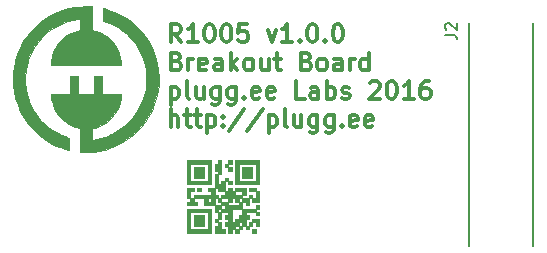
<source format=gbr>
G04 #@! TF.FileFunction,Legend,Top*
%FSLAX46Y46*%
G04 Gerber Fmt 4.6, Leading zero omitted, Abs format (unit mm)*
G04 Created by KiCad (PCBNEW 4.0.2+e4-6225~38~ubuntu14.04.1-stable) date Sat 30 Jul 2016 11:20:58 AM PDT*
%MOMM*%
G01*
G04 APERTURE LIST*
%ADD10C,0.100000*%
%ADD11C,0.300000*%
%ADD12C,0.150000*%
%ADD13C,0.010000*%
G04 APERTURE END LIST*
D10*
D11*
X140114286Y-74178571D02*
X139614286Y-73464286D01*
X139257143Y-74178571D02*
X139257143Y-72678571D01*
X139828571Y-72678571D01*
X139971429Y-72750000D01*
X140042857Y-72821429D01*
X140114286Y-72964286D01*
X140114286Y-73178571D01*
X140042857Y-73321429D01*
X139971429Y-73392857D01*
X139828571Y-73464286D01*
X139257143Y-73464286D01*
X141542857Y-74178571D02*
X140685714Y-74178571D01*
X141114286Y-74178571D02*
X141114286Y-72678571D01*
X140971429Y-72892857D01*
X140828571Y-73035714D01*
X140685714Y-73107143D01*
X142471428Y-72678571D02*
X142614285Y-72678571D01*
X142757142Y-72750000D01*
X142828571Y-72821429D01*
X142900000Y-72964286D01*
X142971428Y-73250000D01*
X142971428Y-73607143D01*
X142900000Y-73892857D01*
X142828571Y-74035714D01*
X142757142Y-74107143D01*
X142614285Y-74178571D01*
X142471428Y-74178571D01*
X142328571Y-74107143D01*
X142257142Y-74035714D01*
X142185714Y-73892857D01*
X142114285Y-73607143D01*
X142114285Y-73250000D01*
X142185714Y-72964286D01*
X142257142Y-72821429D01*
X142328571Y-72750000D01*
X142471428Y-72678571D01*
X143899999Y-72678571D02*
X144042856Y-72678571D01*
X144185713Y-72750000D01*
X144257142Y-72821429D01*
X144328571Y-72964286D01*
X144399999Y-73250000D01*
X144399999Y-73607143D01*
X144328571Y-73892857D01*
X144257142Y-74035714D01*
X144185713Y-74107143D01*
X144042856Y-74178571D01*
X143899999Y-74178571D01*
X143757142Y-74107143D01*
X143685713Y-74035714D01*
X143614285Y-73892857D01*
X143542856Y-73607143D01*
X143542856Y-73250000D01*
X143614285Y-72964286D01*
X143685713Y-72821429D01*
X143757142Y-72750000D01*
X143899999Y-72678571D01*
X145757142Y-72678571D02*
X145042856Y-72678571D01*
X144971427Y-73392857D01*
X145042856Y-73321429D01*
X145185713Y-73250000D01*
X145542856Y-73250000D01*
X145685713Y-73321429D01*
X145757142Y-73392857D01*
X145828570Y-73535714D01*
X145828570Y-73892857D01*
X145757142Y-74035714D01*
X145685713Y-74107143D01*
X145542856Y-74178571D01*
X145185713Y-74178571D01*
X145042856Y-74107143D01*
X144971427Y-74035714D01*
X147471427Y-73178571D02*
X147828570Y-74178571D01*
X148185712Y-73178571D01*
X149542855Y-74178571D02*
X148685712Y-74178571D01*
X149114284Y-74178571D02*
X149114284Y-72678571D01*
X148971427Y-72892857D01*
X148828569Y-73035714D01*
X148685712Y-73107143D01*
X150185712Y-74035714D02*
X150257140Y-74107143D01*
X150185712Y-74178571D01*
X150114283Y-74107143D01*
X150185712Y-74035714D01*
X150185712Y-74178571D01*
X151185712Y-72678571D02*
X151328569Y-72678571D01*
X151471426Y-72750000D01*
X151542855Y-72821429D01*
X151614284Y-72964286D01*
X151685712Y-73250000D01*
X151685712Y-73607143D01*
X151614284Y-73892857D01*
X151542855Y-74035714D01*
X151471426Y-74107143D01*
X151328569Y-74178571D01*
X151185712Y-74178571D01*
X151042855Y-74107143D01*
X150971426Y-74035714D01*
X150899998Y-73892857D01*
X150828569Y-73607143D01*
X150828569Y-73250000D01*
X150899998Y-72964286D01*
X150971426Y-72821429D01*
X151042855Y-72750000D01*
X151185712Y-72678571D01*
X152328569Y-74035714D02*
X152399997Y-74107143D01*
X152328569Y-74178571D01*
X152257140Y-74107143D01*
X152328569Y-74035714D01*
X152328569Y-74178571D01*
X153328569Y-72678571D02*
X153471426Y-72678571D01*
X153614283Y-72750000D01*
X153685712Y-72821429D01*
X153757141Y-72964286D01*
X153828569Y-73250000D01*
X153828569Y-73607143D01*
X153757141Y-73892857D01*
X153685712Y-74035714D01*
X153614283Y-74107143D01*
X153471426Y-74178571D01*
X153328569Y-74178571D01*
X153185712Y-74107143D01*
X153114283Y-74035714D01*
X153042855Y-73892857D01*
X152971426Y-73607143D01*
X152971426Y-73250000D01*
X153042855Y-72964286D01*
X153114283Y-72821429D01*
X153185712Y-72750000D01*
X153328569Y-72678571D01*
X139757143Y-75792857D02*
X139971429Y-75864286D01*
X140042857Y-75935714D01*
X140114286Y-76078571D01*
X140114286Y-76292857D01*
X140042857Y-76435714D01*
X139971429Y-76507143D01*
X139828571Y-76578571D01*
X139257143Y-76578571D01*
X139257143Y-75078571D01*
X139757143Y-75078571D01*
X139900000Y-75150000D01*
X139971429Y-75221429D01*
X140042857Y-75364286D01*
X140042857Y-75507143D01*
X139971429Y-75650000D01*
X139900000Y-75721429D01*
X139757143Y-75792857D01*
X139257143Y-75792857D01*
X140757143Y-76578571D02*
X140757143Y-75578571D01*
X140757143Y-75864286D02*
X140828571Y-75721429D01*
X140900000Y-75650000D01*
X141042857Y-75578571D01*
X141185714Y-75578571D01*
X142257142Y-76507143D02*
X142114285Y-76578571D01*
X141828571Y-76578571D01*
X141685714Y-76507143D01*
X141614285Y-76364286D01*
X141614285Y-75792857D01*
X141685714Y-75650000D01*
X141828571Y-75578571D01*
X142114285Y-75578571D01*
X142257142Y-75650000D01*
X142328571Y-75792857D01*
X142328571Y-75935714D01*
X141614285Y-76078571D01*
X143614285Y-76578571D02*
X143614285Y-75792857D01*
X143542856Y-75650000D01*
X143399999Y-75578571D01*
X143114285Y-75578571D01*
X142971428Y-75650000D01*
X143614285Y-76507143D02*
X143471428Y-76578571D01*
X143114285Y-76578571D01*
X142971428Y-76507143D01*
X142899999Y-76364286D01*
X142899999Y-76221429D01*
X142971428Y-76078571D01*
X143114285Y-76007143D01*
X143471428Y-76007143D01*
X143614285Y-75935714D01*
X144328571Y-76578571D02*
X144328571Y-75078571D01*
X144471428Y-76007143D02*
X144899999Y-76578571D01*
X144899999Y-75578571D02*
X144328571Y-76150000D01*
X145757143Y-76578571D02*
X145614285Y-76507143D01*
X145542857Y-76435714D01*
X145471428Y-76292857D01*
X145471428Y-75864286D01*
X145542857Y-75721429D01*
X145614285Y-75650000D01*
X145757143Y-75578571D01*
X145971428Y-75578571D01*
X146114285Y-75650000D01*
X146185714Y-75721429D01*
X146257143Y-75864286D01*
X146257143Y-76292857D01*
X146185714Y-76435714D01*
X146114285Y-76507143D01*
X145971428Y-76578571D01*
X145757143Y-76578571D01*
X147542857Y-75578571D02*
X147542857Y-76578571D01*
X146900000Y-75578571D02*
X146900000Y-76364286D01*
X146971428Y-76507143D01*
X147114286Y-76578571D01*
X147328571Y-76578571D01*
X147471428Y-76507143D01*
X147542857Y-76435714D01*
X148042857Y-75578571D02*
X148614286Y-75578571D01*
X148257143Y-75078571D02*
X148257143Y-76364286D01*
X148328571Y-76507143D01*
X148471429Y-76578571D01*
X148614286Y-76578571D01*
X150757143Y-75792857D02*
X150971429Y-75864286D01*
X151042857Y-75935714D01*
X151114286Y-76078571D01*
X151114286Y-76292857D01*
X151042857Y-76435714D01*
X150971429Y-76507143D01*
X150828571Y-76578571D01*
X150257143Y-76578571D01*
X150257143Y-75078571D01*
X150757143Y-75078571D01*
X150900000Y-75150000D01*
X150971429Y-75221429D01*
X151042857Y-75364286D01*
X151042857Y-75507143D01*
X150971429Y-75650000D01*
X150900000Y-75721429D01*
X150757143Y-75792857D01*
X150257143Y-75792857D01*
X151971429Y-76578571D02*
X151828571Y-76507143D01*
X151757143Y-76435714D01*
X151685714Y-76292857D01*
X151685714Y-75864286D01*
X151757143Y-75721429D01*
X151828571Y-75650000D01*
X151971429Y-75578571D01*
X152185714Y-75578571D01*
X152328571Y-75650000D01*
X152400000Y-75721429D01*
X152471429Y-75864286D01*
X152471429Y-76292857D01*
X152400000Y-76435714D01*
X152328571Y-76507143D01*
X152185714Y-76578571D01*
X151971429Y-76578571D01*
X153757143Y-76578571D02*
X153757143Y-75792857D01*
X153685714Y-75650000D01*
X153542857Y-75578571D01*
X153257143Y-75578571D01*
X153114286Y-75650000D01*
X153757143Y-76507143D02*
X153614286Y-76578571D01*
X153257143Y-76578571D01*
X153114286Y-76507143D01*
X153042857Y-76364286D01*
X153042857Y-76221429D01*
X153114286Y-76078571D01*
X153257143Y-76007143D01*
X153614286Y-76007143D01*
X153757143Y-75935714D01*
X154471429Y-76578571D02*
X154471429Y-75578571D01*
X154471429Y-75864286D02*
X154542857Y-75721429D01*
X154614286Y-75650000D01*
X154757143Y-75578571D01*
X154900000Y-75578571D01*
X156042857Y-76578571D02*
X156042857Y-75078571D01*
X156042857Y-76507143D02*
X155900000Y-76578571D01*
X155614286Y-76578571D01*
X155471428Y-76507143D01*
X155400000Y-76435714D01*
X155328571Y-76292857D01*
X155328571Y-75864286D01*
X155400000Y-75721429D01*
X155471428Y-75650000D01*
X155614286Y-75578571D01*
X155900000Y-75578571D01*
X156042857Y-75650000D01*
X139257143Y-77978571D02*
X139257143Y-79478571D01*
X139257143Y-78050000D02*
X139400000Y-77978571D01*
X139685714Y-77978571D01*
X139828571Y-78050000D01*
X139900000Y-78121429D01*
X139971429Y-78264286D01*
X139971429Y-78692857D01*
X139900000Y-78835714D01*
X139828571Y-78907143D01*
X139685714Y-78978571D01*
X139400000Y-78978571D01*
X139257143Y-78907143D01*
X140828572Y-78978571D02*
X140685714Y-78907143D01*
X140614286Y-78764286D01*
X140614286Y-77478571D01*
X142042857Y-77978571D02*
X142042857Y-78978571D01*
X141400000Y-77978571D02*
X141400000Y-78764286D01*
X141471428Y-78907143D01*
X141614286Y-78978571D01*
X141828571Y-78978571D01*
X141971428Y-78907143D01*
X142042857Y-78835714D01*
X143400000Y-77978571D02*
X143400000Y-79192857D01*
X143328571Y-79335714D01*
X143257143Y-79407143D01*
X143114286Y-79478571D01*
X142900000Y-79478571D01*
X142757143Y-79407143D01*
X143400000Y-78907143D02*
X143257143Y-78978571D01*
X142971429Y-78978571D01*
X142828571Y-78907143D01*
X142757143Y-78835714D01*
X142685714Y-78692857D01*
X142685714Y-78264286D01*
X142757143Y-78121429D01*
X142828571Y-78050000D01*
X142971429Y-77978571D01*
X143257143Y-77978571D01*
X143400000Y-78050000D01*
X144757143Y-77978571D02*
X144757143Y-79192857D01*
X144685714Y-79335714D01*
X144614286Y-79407143D01*
X144471429Y-79478571D01*
X144257143Y-79478571D01*
X144114286Y-79407143D01*
X144757143Y-78907143D02*
X144614286Y-78978571D01*
X144328572Y-78978571D01*
X144185714Y-78907143D01*
X144114286Y-78835714D01*
X144042857Y-78692857D01*
X144042857Y-78264286D01*
X144114286Y-78121429D01*
X144185714Y-78050000D01*
X144328572Y-77978571D01*
X144614286Y-77978571D01*
X144757143Y-78050000D01*
X145471429Y-78835714D02*
X145542857Y-78907143D01*
X145471429Y-78978571D01*
X145400000Y-78907143D01*
X145471429Y-78835714D01*
X145471429Y-78978571D01*
X146757143Y-78907143D02*
X146614286Y-78978571D01*
X146328572Y-78978571D01*
X146185715Y-78907143D01*
X146114286Y-78764286D01*
X146114286Y-78192857D01*
X146185715Y-78050000D01*
X146328572Y-77978571D01*
X146614286Y-77978571D01*
X146757143Y-78050000D01*
X146828572Y-78192857D01*
X146828572Y-78335714D01*
X146114286Y-78478571D01*
X148042857Y-78907143D02*
X147900000Y-78978571D01*
X147614286Y-78978571D01*
X147471429Y-78907143D01*
X147400000Y-78764286D01*
X147400000Y-78192857D01*
X147471429Y-78050000D01*
X147614286Y-77978571D01*
X147900000Y-77978571D01*
X148042857Y-78050000D01*
X148114286Y-78192857D01*
X148114286Y-78335714D01*
X147400000Y-78478571D01*
X150614286Y-78978571D02*
X149900000Y-78978571D01*
X149900000Y-77478571D01*
X151757143Y-78978571D02*
X151757143Y-78192857D01*
X151685714Y-78050000D01*
X151542857Y-77978571D01*
X151257143Y-77978571D01*
X151114286Y-78050000D01*
X151757143Y-78907143D02*
X151614286Y-78978571D01*
X151257143Y-78978571D01*
X151114286Y-78907143D01*
X151042857Y-78764286D01*
X151042857Y-78621429D01*
X151114286Y-78478571D01*
X151257143Y-78407143D01*
X151614286Y-78407143D01*
X151757143Y-78335714D01*
X152471429Y-78978571D02*
X152471429Y-77478571D01*
X152471429Y-78050000D02*
X152614286Y-77978571D01*
X152900000Y-77978571D01*
X153042857Y-78050000D01*
X153114286Y-78121429D01*
X153185715Y-78264286D01*
X153185715Y-78692857D01*
X153114286Y-78835714D01*
X153042857Y-78907143D01*
X152900000Y-78978571D01*
X152614286Y-78978571D01*
X152471429Y-78907143D01*
X153757143Y-78907143D02*
X153900000Y-78978571D01*
X154185715Y-78978571D01*
X154328572Y-78907143D01*
X154400000Y-78764286D01*
X154400000Y-78692857D01*
X154328572Y-78550000D01*
X154185715Y-78478571D01*
X153971429Y-78478571D01*
X153828572Y-78407143D01*
X153757143Y-78264286D01*
X153757143Y-78192857D01*
X153828572Y-78050000D01*
X153971429Y-77978571D01*
X154185715Y-77978571D01*
X154328572Y-78050000D01*
X156114286Y-77621429D02*
X156185715Y-77550000D01*
X156328572Y-77478571D01*
X156685715Y-77478571D01*
X156828572Y-77550000D01*
X156900001Y-77621429D01*
X156971429Y-77764286D01*
X156971429Y-77907143D01*
X156900001Y-78121429D01*
X156042858Y-78978571D01*
X156971429Y-78978571D01*
X157900000Y-77478571D02*
X158042857Y-77478571D01*
X158185714Y-77550000D01*
X158257143Y-77621429D01*
X158328572Y-77764286D01*
X158400000Y-78050000D01*
X158400000Y-78407143D01*
X158328572Y-78692857D01*
X158257143Y-78835714D01*
X158185714Y-78907143D01*
X158042857Y-78978571D01*
X157900000Y-78978571D01*
X157757143Y-78907143D01*
X157685714Y-78835714D01*
X157614286Y-78692857D01*
X157542857Y-78407143D01*
X157542857Y-78050000D01*
X157614286Y-77764286D01*
X157685714Y-77621429D01*
X157757143Y-77550000D01*
X157900000Y-77478571D01*
X159828571Y-78978571D02*
X158971428Y-78978571D01*
X159400000Y-78978571D02*
X159400000Y-77478571D01*
X159257143Y-77692857D01*
X159114285Y-77835714D01*
X158971428Y-77907143D01*
X161114285Y-77478571D02*
X160828571Y-77478571D01*
X160685714Y-77550000D01*
X160614285Y-77621429D01*
X160471428Y-77835714D01*
X160399999Y-78121429D01*
X160399999Y-78692857D01*
X160471428Y-78835714D01*
X160542856Y-78907143D01*
X160685714Y-78978571D01*
X160971428Y-78978571D01*
X161114285Y-78907143D01*
X161185714Y-78835714D01*
X161257142Y-78692857D01*
X161257142Y-78335714D01*
X161185714Y-78192857D01*
X161114285Y-78121429D01*
X160971428Y-78050000D01*
X160685714Y-78050000D01*
X160542856Y-78121429D01*
X160471428Y-78192857D01*
X160399999Y-78335714D01*
X139257143Y-81378571D02*
X139257143Y-79878571D01*
X139900000Y-81378571D02*
X139900000Y-80592857D01*
X139828571Y-80450000D01*
X139685714Y-80378571D01*
X139471429Y-80378571D01*
X139328571Y-80450000D01*
X139257143Y-80521429D01*
X140400000Y-80378571D02*
X140971429Y-80378571D01*
X140614286Y-79878571D02*
X140614286Y-81164286D01*
X140685714Y-81307143D01*
X140828572Y-81378571D01*
X140971429Y-81378571D01*
X141257143Y-80378571D02*
X141828572Y-80378571D01*
X141471429Y-79878571D02*
X141471429Y-81164286D01*
X141542857Y-81307143D01*
X141685715Y-81378571D01*
X141828572Y-81378571D01*
X142328572Y-80378571D02*
X142328572Y-81878571D01*
X142328572Y-80450000D02*
X142471429Y-80378571D01*
X142757143Y-80378571D01*
X142900000Y-80450000D01*
X142971429Y-80521429D01*
X143042858Y-80664286D01*
X143042858Y-81092857D01*
X142971429Y-81235714D01*
X142900000Y-81307143D01*
X142757143Y-81378571D01*
X142471429Y-81378571D01*
X142328572Y-81307143D01*
X143685715Y-81235714D02*
X143757143Y-81307143D01*
X143685715Y-81378571D01*
X143614286Y-81307143D01*
X143685715Y-81235714D01*
X143685715Y-81378571D01*
X143685715Y-80450000D02*
X143757143Y-80521429D01*
X143685715Y-80592857D01*
X143614286Y-80521429D01*
X143685715Y-80450000D01*
X143685715Y-80592857D01*
X145471429Y-79807143D02*
X144185715Y-81735714D01*
X147042858Y-79807143D02*
X145757144Y-81735714D01*
X147542859Y-80378571D02*
X147542859Y-81878571D01*
X147542859Y-80450000D02*
X147685716Y-80378571D01*
X147971430Y-80378571D01*
X148114287Y-80450000D01*
X148185716Y-80521429D01*
X148257145Y-80664286D01*
X148257145Y-81092857D01*
X148185716Y-81235714D01*
X148114287Y-81307143D01*
X147971430Y-81378571D01*
X147685716Y-81378571D01*
X147542859Y-81307143D01*
X149114288Y-81378571D02*
X148971430Y-81307143D01*
X148900002Y-81164286D01*
X148900002Y-79878571D01*
X150328573Y-80378571D02*
X150328573Y-81378571D01*
X149685716Y-80378571D02*
X149685716Y-81164286D01*
X149757144Y-81307143D01*
X149900002Y-81378571D01*
X150114287Y-81378571D01*
X150257144Y-81307143D01*
X150328573Y-81235714D01*
X151685716Y-80378571D02*
X151685716Y-81592857D01*
X151614287Y-81735714D01*
X151542859Y-81807143D01*
X151400002Y-81878571D01*
X151185716Y-81878571D01*
X151042859Y-81807143D01*
X151685716Y-81307143D02*
X151542859Y-81378571D01*
X151257145Y-81378571D01*
X151114287Y-81307143D01*
X151042859Y-81235714D01*
X150971430Y-81092857D01*
X150971430Y-80664286D01*
X151042859Y-80521429D01*
X151114287Y-80450000D01*
X151257145Y-80378571D01*
X151542859Y-80378571D01*
X151685716Y-80450000D01*
X153042859Y-80378571D02*
X153042859Y-81592857D01*
X152971430Y-81735714D01*
X152900002Y-81807143D01*
X152757145Y-81878571D01*
X152542859Y-81878571D01*
X152400002Y-81807143D01*
X153042859Y-81307143D02*
X152900002Y-81378571D01*
X152614288Y-81378571D01*
X152471430Y-81307143D01*
X152400002Y-81235714D01*
X152328573Y-81092857D01*
X152328573Y-80664286D01*
X152400002Y-80521429D01*
X152471430Y-80450000D01*
X152614288Y-80378571D01*
X152900002Y-80378571D01*
X153042859Y-80450000D01*
X153757145Y-81235714D02*
X153828573Y-81307143D01*
X153757145Y-81378571D01*
X153685716Y-81307143D01*
X153757145Y-81235714D01*
X153757145Y-81378571D01*
X155042859Y-81307143D02*
X154900002Y-81378571D01*
X154614288Y-81378571D01*
X154471431Y-81307143D01*
X154400002Y-81164286D01*
X154400002Y-80592857D01*
X154471431Y-80450000D01*
X154614288Y-80378571D01*
X154900002Y-80378571D01*
X155042859Y-80450000D01*
X155114288Y-80592857D01*
X155114288Y-80735714D01*
X154400002Y-80878571D01*
X156328573Y-81307143D02*
X156185716Y-81378571D01*
X155900002Y-81378571D01*
X155757145Y-81307143D01*
X155685716Y-81164286D01*
X155685716Y-80592857D01*
X155757145Y-80450000D01*
X155900002Y-80378571D01*
X156185716Y-80378571D01*
X156328573Y-80450000D01*
X156400002Y-80592857D01*
X156400002Y-80735714D01*
X155685716Y-80878571D01*
D12*
X169950000Y-72550000D02*
X169950000Y-91450000D01*
X164550000Y-72550000D02*
X164550000Y-91450000D01*
D13*
G36*
X133613853Y-71330362D02*
X133775154Y-71371820D01*
X133977877Y-71436434D01*
X134204988Y-71517895D01*
X134439449Y-71609894D01*
X134664227Y-71706122D01*
X134802081Y-71770380D01*
X135353760Y-72073994D01*
X135866624Y-72428832D01*
X136337687Y-72831492D01*
X136763962Y-73278573D01*
X137142463Y-73766676D01*
X137470204Y-74292399D01*
X137744197Y-74852342D01*
X137923251Y-75324345D01*
X138093985Y-75934950D01*
X138201482Y-76544603D01*
X138247902Y-77149921D01*
X138235402Y-77747516D01*
X138166142Y-78334003D01*
X138042281Y-78905997D01*
X137865977Y-79460112D01*
X137639389Y-79992963D01*
X137364676Y-80501164D01*
X137043996Y-80981330D01*
X136679509Y-81430075D01*
X136273372Y-81844013D01*
X135827746Y-82219759D01*
X135344788Y-82553928D01*
X134826658Y-82843134D01*
X134275514Y-83083991D01*
X133693515Y-83273114D01*
X133082819Y-83407118D01*
X132738273Y-83455781D01*
X132585140Y-83469177D01*
X132392387Y-83480091D01*
X132185848Y-83487319D01*
X132009987Y-83489679D01*
X131576289Y-83489948D01*
X131576289Y-81460567D01*
X131502642Y-81460274D01*
X131414861Y-81446407D01*
X131283965Y-81409219D01*
X131125425Y-81354601D01*
X130954710Y-81288444D01*
X130787291Y-81216638D01*
X130638637Y-81145074D01*
X130557654Y-81100440D01*
X130369292Y-80971336D01*
X130165361Y-80802830D01*
X129963634Y-80611858D01*
X129781888Y-80415355D01*
X129637897Y-80230254D01*
X129626332Y-80213134D01*
X129411229Y-79832113D01*
X129255488Y-79424878D01*
X129158473Y-78989584D01*
X129133959Y-78785752D01*
X129112363Y-78547422D01*
X130692526Y-78547422D01*
X130692526Y-77041752D01*
X131412629Y-77041752D01*
X131412629Y-78547422D01*
X132754639Y-78547422D01*
X132754639Y-77041752D01*
X133442011Y-77041752D01*
X133442011Y-78547422D01*
X135045877Y-78547422D01*
X135045877Y-78657696D01*
X135036449Y-78791253D01*
X135010955Y-78965968D01*
X134973577Y-79160748D01*
X134928496Y-79354497D01*
X134879895Y-79526121D01*
X134864630Y-79571927D01*
X134706514Y-79933919D01*
X134491364Y-80274612D01*
X134232146Y-80582646D01*
X133915342Y-80875831D01*
X133573599Y-81115654D01*
X133213357Y-81298340D01*
X132841058Y-81420115D01*
X132779188Y-81434035D01*
X132590980Y-81473664D01*
X132590980Y-82440889D01*
X132680993Y-82426221D01*
X133051181Y-82359694D01*
X133372721Y-82287151D01*
X133662419Y-82203538D01*
X133937083Y-82103805D01*
X134213521Y-81982900D01*
X134309408Y-81936805D01*
X134823336Y-81649625D01*
X135293576Y-81314431D01*
X135718332Y-80933509D01*
X136095807Y-80509150D01*
X136424205Y-80043643D01*
X136701731Y-79539277D01*
X136926587Y-78998341D01*
X137096978Y-78423124D01*
X137110125Y-78367396D01*
X137140472Y-78212444D01*
X137163466Y-78037090D01*
X137180385Y-77827915D01*
X137192508Y-77571500D01*
X137195880Y-77467268D01*
X137201563Y-77232629D01*
X137202530Y-77046252D01*
X137197913Y-76891048D01*
X137186842Y-76749928D01*
X137168447Y-76605804D01*
X137144465Y-76456789D01*
X137015236Y-75890021D01*
X136826601Y-75348052D01*
X136581014Y-74834617D01*
X136280928Y-74353453D01*
X135928797Y-73908294D01*
X135527077Y-73502876D01*
X135078220Y-73140935D01*
X134874799Y-73001851D01*
X134606686Y-72840601D01*
X134317100Y-72688924D01*
X134028834Y-72557910D01*
X133764683Y-72458646D01*
X133745369Y-72452438D01*
X133508649Y-72377448D01*
X133507475Y-71308458D01*
X133613853Y-71330362D01*
X133613853Y-71330362D01*
G37*
X133613853Y-71330362D02*
X133775154Y-71371820D01*
X133977877Y-71436434D01*
X134204988Y-71517895D01*
X134439449Y-71609894D01*
X134664227Y-71706122D01*
X134802081Y-71770380D01*
X135353760Y-72073994D01*
X135866624Y-72428832D01*
X136337687Y-72831492D01*
X136763962Y-73278573D01*
X137142463Y-73766676D01*
X137470204Y-74292399D01*
X137744197Y-74852342D01*
X137923251Y-75324345D01*
X138093985Y-75934950D01*
X138201482Y-76544603D01*
X138247902Y-77149921D01*
X138235402Y-77747516D01*
X138166142Y-78334003D01*
X138042281Y-78905997D01*
X137865977Y-79460112D01*
X137639389Y-79992963D01*
X137364676Y-80501164D01*
X137043996Y-80981330D01*
X136679509Y-81430075D01*
X136273372Y-81844013D01*
X135827746Y-82219759D01*
X135344788Y-82553928D01*
X134826658Y-82843134D01*
X134275514Y-83083991D01*
X133693515Y-83273114D01*
X133082819Y-83407118D01*
X132738273Y-83455781D01*
X132585140Y-83469177D01*
X132392387Y-83480091D01*
X132185848Y-83487319D01*
X132009987Y-83489679D01*
X131576289Y-83489948D01*
X131576289Y-81460567D01*
X131502642Y-81460274D01*
X131414861Y-81446407D01*
X131283965Y-81409219D01*
X131125425Y-81354601D01*
X130954710Y-81288444D01*
X130787291Y-81216638D01*
X130638637Y-81145074D01*
X130557654Y-81100440D01*
X130369292Y-80971336D01*
X130165361Y-80802830D01*
X129963634Y-80611858D01*
X129781888Y-80415355D01*
X129637897Y-80230254D01*
X129626332Y-80213134D01*
X129411229Y-79832113D01*
X129255488Y-79424878D01*
X129158473Y-78989584D01*
X129133959Y-78785752D01*
X129112363Y-78547422D01*
X130692526Y-78547422D01*
X130692526Y-77041752D01*
X131412629Y-77041752D01*
X131412629Y-78547422D01*
X132754639Y-78547422D01*
X132754639Y-77041752D01*
X133442011Y-77041752D01*
X133442011Y-78547422D01*
X135045877Y-78547422D01*
X135045877Y-78657696D01*
X135036449Y-78791253D01*
X135010955Y-78965968D01*
X134973577Y-79160748D01*
X134928496Y-79354497D01*
X134879895Y-79526121D01*
X134864630Y-79571927D01*
X134706514Y-79933919D01*
X134491364Y-80274612D01*
X134232146Y-80582646D01*
X133915342Y-80875831D01*
X133573599Y-81115654D01*
X133213357Y-81298340D01*
X132841058Y-81420115D01*
X132779188Y-81434035D01*
X132590980Y-81473664D01*
X132590980Y-82440889D01*
X132680993Y-82426221D01*
X133051181Y-82359694D01*
X133372721Y-82287151D01*
X133662419Y-82203538D01*
X133937083Y-82103805D01*
X134213521Y-81982900D01*
X134309408Y-81936805D01*
X134823336Y-81649625D01*
X135293576Y-81314431D01*
X135718332Y-80933509D01*
X136095807Y-80509150D01*
X136424205Y-80043643D01*
X136701731Y-79539277D01*
X136926587Y-78998341D01*
X137096978Y-78423124D01*
X137110125Y-78367396D01*
X137140472Y-78212444D01*
X137163466Y-78037090D01*
X137180385Y-77827915D01*
X137192508Y-77571500D01*
X137195880Y-77467268D01*
X137201563Y-77232629D01*
X137202530Y-77046252D01*
X137197913Y-76891048D01*
X137186842Y-76749928D01*
X137168447Y-76605804D01*
X137144465Y-76456789D01*
X137015236Y-75890021D01*
X136826601Y-75348052D01*
X136581014Y-74834617D01*
X136280928Y-74353453D01*
X135928797Y-73908294D01*
X135527077Y-73502876D01*
X135078220Y-73140935D01*
X134874799Y-73001851D01*
X134606686Y-72840601D01*
X134317100Y-72688924D01*
X134028834Y-72557910D01*
X133764683Y-72458646D01*
X133745369Y-72452438D01*
X133508649Y-72377448D01*
X133507475Y-71308458D01*
X133613853Y-71330362D01*
G36*
X132598683Y-72147690D02*
X132607346Y-73154113D01*
X132842311Y-73213772D01*
X133244530Y-73348621D01*
X133617037Y-73538747D01*
X133955661Y-73779151D01*
X134256232Y-74064835D01*
X134514580Y-74390800D01*
X134726535Y-74752048D01*
X134887928Y-75143580D01*
X134994588Y-75560398D01*
X135032266Y-75838853D01*
X135054906Y-76092525D01*
X129112939Y-76092525D01*
X129136098Y-75827036D01*
X129204541Y-75400098D01*
X129330966Y-74994352D01*
X129511064Y-74614940D01*
X129740526Y-74267007D01*
X130015046Y-73955695D01*
X130330315Y-73686147D01*
X130682025Y-73463508D01*
X131065868Y-73292919D01*
X131324958Y-73213799D01*
X131559923Y-73154168D01*
X131568999Y-72672601D01*
X131578076Y-72191033D01*
X131405339Y-72213196D01*
X131000820Y-72286074D01*
X130577617Y-72400310D01*
X130160440Y-72548248D01*
X129792397Y-72712940D01*
X129287362Y-73002233D01*
X128823371Y-73341039D01*
X128403110Y-73725820D01*
X128029266Y-74153040D01*
X127704523Y-74619164D01*
X127431568Y-75120654D01*
X127213086Y-75653975D01*
X127051764Y-76215589D01*
X127020018Y-76363292D01*
X126974257Y-76667734D01*
X126948001Y-77012711D01*
X126941250Y-77376264D01*
X126954006Y-77736437D01*
X126986266Y-78071275D01*
X127020018Y-78276655D01*
X127166101Y-78844173D01*
X127370746Y-79386921D01*
X127631490Y-79900451D01*
X127945873Y-80380317D01*
X128311433Y-80822069D01*
X128574617Y-81086004D01*
X128888586Y-81350689D01*
X129243522Y-81601758D01*
X129621710Y-81828693D01*
X130005433Y-82020977D01*
X130376976Y-82168092D01*
X130422487Y-82183040D01*
X130659794Y-82259019D01*
X130659794Y-82792654D01*
X130659249Y-82994717D01*
X130656359Y-83139828D01*
X130649242Y-83236496D01*
X130636013Y-83293228D01*
X130614790Y-83318536D01*
X130583690Y-83320929D01*
X130545232Y-83310368D01*
X130502795Y-83296662D01*
X130411458Y-83267293D01*
X130284661Y-83226582D01*
X130136083Y-83178921D01*
X129554997Y-82959011D01*
X129005587Y-82683805D01*
X128490831Y-82356849D01*
X128013709Y-81981686D01*
X127577199Y-81561859D01*
X127184280Y-81100912D01*
X126837931Y-80602390D01*
X126541131Y-80069837D01*
X126296858Y-79506795D01*
X126108091Y-78916810D01*
X125977809Y-78303424D01*
X125964409Y-78215902D01*
X125937829Y-77970381D01*
X125921282Y-77680713D01*
X125914770Y-77367440D01*
X125918291Y-77051103D01*
X125931845Y-76752247D01*
X125955434Y-76491414D01*
X125964409Y-76424046D01*
X126086750Y-75805436D01*
X126268066Y-75211127D01*
X126505378Y-74644276D01*
X126795706Y-74108038D01*
X127136070Y-73605571D01*
X127523491Y-73140030D01*
X127954989Y-72714571D01*
X128427583Y-72332351D01*
X128938295Y-71996527D01*
X129484146Y-71710253D01*
X130062154Y-71476688D01*
X130669340Y-71298986D01*
X130838752Y-71260814D01*
X130999289Y-71229376D01*
X131152883Y-71205541D01*
X131314994Y-71187847D01*
X131501082Y-71174834D01*
X131726607Y-71165041D01*
X131911312Y-71159450D01*
X132590021Y-71141268D01*
X132598683Y-72147690D01*
X132598683Y-72147690D01*
G37*
X132598683Y-72147690D02*
X132607346Y-73154113D01*
X132842311Y-73213772D01*
X133244530Y-73348621D01*
X133617037Y-73538747D01*
X133955661Y-73779151D01*
X134256232Y-74064835D01*
X134514580Y-74390800D01*
X134726535Y-74752048D01*
X134887928Y-75143580D01*
X134994588Y-75560398D01*
X135032266Y-75838853D01*
X135054906Y-76092525D01*
X129112939Y-76092525D01*
X129136098Y-75827036D01*
X129204541Y-75400098D01*
X129330966Y-74994352D01*
X129511064Y-74614940D01*
X129740526Y-74267007D01*
X130015046Y-73955695D01*
X130330315Y-73686147D01*
X130682025Y-73463508D01*
X131065868Y-73292919D01*
X131324958Y-73213799D01*
X131559923Y-73154168D01*
X131568999Y-72672601D01*
X131578076Y-72191033D01*
X131405339Y-72213196D01*
X131000820Y-72286074D01*
X130577617Y-72400310D01*
X130160440Y-72548248D01*
X129792397Y-72712940D01*
X129287362Y-73002233D01*
X128823371Y-73341039D01*
X128403110Y-73725820D01*
X128029266Y-74153040D01*
X127704523Y-74619164D01*
X127431568Y-75120654D01*
X127213086Y-75653975D01*
X127051764Y-76215589D01*
X127020018Y-76363292D01*
X126974257Y-76667734D01*
X126948001Y-77012711D01*
X126941250Y-77376264D01*
X126954006Y-77736437D01*
X126986266Y-78071275D01*
X127020018Y-78276655D01*
X127166101Y-78844173D01*
X127370746Y-79386921D01*
X127631490Y-79900451D01*
X127945873Y-80380317D01*
X128311433Y-80822069D01*
X128574617Y-81086004D01*
X128888586Y-81350689D01*
X129243522Y-81601758D01*
X129621710Y-81828693D01*
X130005433Y-82020977D01*
X130376976Y-82168092D01*
X130422487Y-82183040D01*
X130659794Y-82259019D01*
X130659794Y-82792654D01*
X130659249Y-82994717D01*
X130656359Y-83139828D01*
X130649242Y-83236496D01*
X130636013Y-83293228D01*
X130614790Y-83318536D01*
X130583690Y-83320929D01*
X130545232Y-83310368D01*
X130502795Y-83296662D01*
X130411458Y-83267293D01*
X130284661Y-83226582D01*
X130136083Y-83178921D01*
X129554997Y-82959011D01*
X129005587Y-82683805D01*
X128490831Y-82356849D01*
X128013709Y-81981686D01*
X127577199Y-81561859D01*
X127184280Y-81100912D01*
X126837931Y-80602390D01*
X126541131Y-80069837D01*
X126296858Y-79506795D01*
X126108091Y-78916810D01*
X125977809Y-78303424D01*
X125964409Y-78215902D01*
X125937829Y-77970381D01*
X125921282Y-77680713D01*
X125914770Y-77367440D01*
X125918291Y-77051103D01*
X125931845Y-76752247D01*
X125955434Y-76491414D01*
X125964409Y-76424046D01*
X126086750Y-75805436D01*
X126268066Y-75211127D01*
X126505378Y-74644276D01*
X126795706Y-74108038D01*
X127136070Y-73605571D01*
X127523491Y-73140030D01*
X127954989Y-72714571D01*
X128427583Y-72332351D01*
X128938295Y-71996527D01*
X129484146Y-71710253D01*
X130062154Y-71476688D01*
X130669340Y-71298986D01*
X130838752Y-71260814D01*
X130999289Y-71229376D01*
X131152883Y-71205541D01*
X131314994Y-71187847D01*
X131501082Y-71174834D01*
X131726607Y-71165041D01*
X131911312Y-71159450D01*
X132590021Y-71141268D01*
X132598683Y-72147690D01*
G36*
X142678161Y-90315517D02*
X140634483Y-90315517D01*
X140634483Y-88563793D01*
X140926437Y-88563793D01*
X140926437Y-90023563D01*
X142386207Y-90023563D01*
X142386207Y-88563793D01*
X140926437Y-88563793D01*
X140634483Y-88563793D01*
X140634483Y-88271839D01*
X142678161Y-88271839D01*
X142678161Y-90315517D01*
X142678161Y-90315517D01*
G37*
X142678161Y-90315517D02*
X140634483Y-90315517D01*
X140634483Y-88563793D01*
X140926437Y-88563793D01*
X140926437Y-90023563D01*
X142386207Y-90023563D01*
X142386207Y-88563793D01*
X140926437Y-88563793D01*
X140634483Y-88563793D01*
X140634483Y-88271839D01*
X142678161Y-88271839D01*
X142678161Y-90315517D01*
G36*
X143554023Y-90023563D02*
X143845977Y-90023563D01*
X143845977Y-90315517D01*
X142970115Y-90315517D01*
X142970115Y-89731609D01*
X143262069Y-89731609D01*
X143262069Y-89439655D01*
X143554023Y-89439655D01*
X143554023Y-90023563D01*
X143554023Y-90023563D01*
G37*
X143554023Y-90023563D02*
X143845977Y-90023563D01*
X143845977Y-90315517D01*
X142970115Y-90315517D01*
X142970115Y-89731609D01*
X143262069Y-89731609D01*
X143262069Y-89439655D01*
X143554023Y-89439655D01*
X143554023Y-90023563D01*
G36*
X145889655Y-90023563D02*
X145597701Y-90023563D01*
X145597701Y-89731609D01*
X145889655Y-89731609D01*
X145889655Y-90023563D01*
X145889655Y-90023563D01*
G37*
X145889655Y-90023563D02*
X145597701Y-90023563D01*
X145597701Y-89731609D01*
X145889655Y-89731609D01*
X145889655Y-90023563D01*
G36*
X146181609Y-89147701D02*
X146765517Y-89147701D01*
X146765517Y-89731609D01*
X146473563Y-89731609D01*
X146473563Y-89439655D01*
X146181609Y-89439655D01*
X146181609Y-89147701D01*
X146181609Y-89147701D01*
G37*
X146181609Y-89147701D02*
X146765517Y-89147701D01*
X146765517Y-89731609D01*
X146473563Y-89731609D01*
X146473563Y-89439655D01*
X146181609Y-89439655D01*
X146181609Y-89147701D01*
G36*
X143262069Y-89439655D02*
X142970115Y-89439655D01*
X142970115Y-89147701D01*
X143262069Y-89147701D01*
X143262069Y-89439655D01*
X143262069Y-89439655D01*
G37*
X143262069Y-89439655D02*
X142970115Y-89439655D01*
X142970115Y-89147701D01*
X143262069Y-89147701D01*
X143262069Y-89439655D01*
G36*
X146765517Y-88855747D02*
X146473563Y-88855747D01*
X146473563Y-88563793D01*
X146765517Y-88563793D01*
X146765517Y-88855747D01*
X146765517Y-88855747D01*
G37*
X146765517Y-88855747D02*
X146473563Y-88855747D01*
X146473563Y-88563793D01*
X146765517Y-88563793D01*
X146765517Y-88855747D01*
G36*
X146765517Y-88271839D02*
X146473563Y-88271839D01*
X146473563Y-87979885D01*
X146765517Y-87979885D01*
X146765517Y-88271839D01*
X146765517Y-88271839D01*
G37*
X146765517Y-88271839D02*
X146473563Y-88271839D01*
X146473563Y-87979885D01*
X146765517Y-87979885D01*
X146765517Y-88271839D01*
G36*
X146765517Y-87687931D02*
X146181609Y-87687931D01*
X146181609Y-87395977D01*
X146473563Y-87395977D01*
X146473563Y-86812069D01*
X146765517Y-86812069D01*
X146765517Y-87687931D01*
X146765517Y-87687931D01*
G37*
X146765517Y-87687931D02*
X146181609Y-87687931D01*
X146181609Y-87395977D01*
X146473563Y-87395977D01*
X146473563Y-86812069D01*
X146765517Y-86812069D01*
X146765517Y-87687931D01*
G36*
X141218391Y-86812069D02*
X140926437Y-86812069D01*
X140926437Y-87395977D01*
X140634483Y-87395977D01*
X140634483Y-86520115D01*
X141218391Y-86520115D01*
X141218391Y-86812069D01*
X141218391Y-86812069D01*
G37*
X141218391Y-86812069D02*
X140926437Y-86812069D01*
X140926437Y-87395977D01*
X140634483Y-87395977D01*
X140634483Y-86520115D01*
X141218391Y-86520115D01*
X141218391Y-86812069D01*
G36*
X146181609Y-87395977D02*
X145889655Y-87395977D01*
X145889655Y-87104023D01*
X146181609Y-87104023D01*
X146181609Y-87395977D01*
X146181609Y-87395977D01*
G37*
X146181609Y-87395977D02*
X145889655Y-87395977D01*
X145889655Y-87104023D01*
X146181609Y-87104023D01*
X146181609Y-87395977D01*
G36*
X146473563Y-86812069D02*
X145889655Y-86812069D01*
X145889655Y-86520115D01*
X146473563Y-86520115D01*
X146473563Y-86812069D01*
X146473563Y-86812069D01*
G37*
X146473563Y-86812069D02*
X145889655Y-86812069D01*
X145889655Y-86520115D01*
X146473563Y-86520115D01*
X146473563Y-86812069D01*
G36*
X144429885Y-86228161D02*
X144137931Y-86228161D01*
X144137931Y-85936207D01*
X144429885Y-85936207D01*
X144429885Y-86228161D01*
X144429885Y-86228161D01*
G37*
X144429885Y-86228161D02*
X144137931Y-86228161D01*
X144137931Y-85936207D01*
X144429885Y-85936207D01*
X144429885Y-86228161D01*
G36*
X144137931Y-85936207D02*
X143845977Y-85936207D01*
X143845977Y-85644253D01*
X144137931Y-85644253D01*
X144137931Y-85936207D01*
X144137931Y-85936207D01*
G37*
X144137931Y-85936207D02*
X143845977Y-85936207D01*
X143845977Y-85644253D01*
X144137931Y-85644253D01*
X144137931Y-85936207D01*
G36*
X143554023Y-85352299D02*
X143262069Y-85352299D01*
X143262069Y-85060345D01*
X142970115Y-85060345D01*
X142970115Y-84476437D01*
X143262069Y-84476437D01*
X143262069Y-84184483D01*
X143554023Y-84184483D01*
X143554023Y-85352299D01*
X143554023Y-85352299D01*
G37*
X143554023Y-85352299D02*
X143262069Y-85352299D01*
X143262069Y-85060345D01*
X142970115Y-85060345D01*
X142970115Y-84476437D01*
X143262069Y-84476437D01*
X143262069Y-84184483D01*
X143554023Y-84184483D01*
X143554023Y-85352299D01*
G36*
X141218391Y-87687931D02*
X141510345Y-87687931D01*
X141510345Y-87979885D01*
X140634483Y-87979885D01*
X140634483Y-87687931D01*
X140926437Y-87687931D01*
X140926437Y-87395977D01*
X141218391Y-87395977D01*
X141218391Y-87687931D01*
X141218391Y-87687931D01*
G37*
X141218391Y-87687931D02*
X141510345Y-87687931D01*
X141510345Y-87979885D01*
X140634483Y-87979885D01*
X140634483Y-87687931D01*
X140926437Y-87687931D01*
X140926437Y-87395977D01*
X141218391Y-87395977D01*
X141218391Y-87687931D01*
G36*
X146181609Y-89731609D02*
X145889655Y-89731609D01*
X145889655Y-89439655D01*
X146181609Y-89439655D01*
X146181609Y-89731609D01*
X146181609Y-89731609D01*
G37*
X146181609Y-89731609D02*
X145889655Y-89731609D01*
X145889655Y-89439655D01*
X146181609Y-89439655D01*
X146181609Y-89731609D01*
G36*
X146473563Y-88271839D02*
X146473563Y-88563793D01*
X145597701Y-88563793D01*
X145597701Y-88855747D01*
X145889655Y-88855747D01*
X145889655Y-89147701D01*
X145597701Y-89147701D01*
X145597701Y-89731609D01*
X145305747Y-89731609D01*
X145305747Y-90023563D01*
X145013793Y-90023563D01*
X145013793Y-90315517D01*
X144721839Y-90315517D01*
X144721839Y-90023563D01*
X144429885Y-90023563D01*
X144429885Y-90315517D01*
X144137931Y-90315517D01*
X144137931Y-89731609D01*
X144721839Y-89731609D01*
X144721839Y-90023563D01*
X145013793Y-90023563D01*
X145013793Y-89731609D01*
X144721839Y-89731609D01*
X144137931Y-89731609D01*
X143845977Y-89731609D01*
X143845977Y-89439655D01*
X144137931Y-89439655D01*
X144137931Y-89147701D01*
X143845977Y-89147701D01*
X143845977Y-88855747D01*
X144137931Y-88855747D01*
X144137931Y-88563793D01*
X143554023Y-88563793D01*
X143554023Y-89147701D01*
X143262069Y-89147701D01*
X143262069Y-88563793D01*
X142970115Y-88563793D01*
X142970115Y-88271839D01*
X143262069Y-88271839D01*
X143262069Y-88563793D01*
X143554023Y-88563793D01*
X143554023Y-88271839D01*
X143262069Y-88271839D01*
X142970115Y-88271839D01*
X142970115Y-87979885D01*
X142094253Y-87979885D01*
X142094253Y-87395977D01*
X142386207Y-87395977D01*
X142386207Y-87687931D01*
X142678161Y-87687931D01*
X142678161Y-87395977D01*
X142386207Y-87395977D01*
X142094253Y-87395977D01*
X141218391Y-87395977D01*
X141218391Y-87104023D01*
X142678161Y-87104023D01*
X142678161Y-86812069D01*
X142386207Y-86812069D01*
X142386207Y-86520115D01*
X142970115Y-86520115D01*
X142970115Y-87104023D01*
X143262069Y-87104023D01*
X143262069Y-87395977D01*
X142970115Y-87395977D01*
X142970115Y-87979885D01*
X143554023Y-87979885D01*
X143554023Y-88271839D01*
X143845977Y-88271839D01*
X144429885Y-88271839D01*
X144429885Y-89439655D01*
X144721839Y-89439655D01*
X145013793Y-89439655D01*
X145013793Y-89731609D01*
X145305747Y-89731609D01*
X145305747Y-89439655D01*
X145013793Y-89439655D01*
X144721839Y-89439655D01*
X144721839Y-89147701D01*
X145013793Y-89147701D01*
X145013793Y-88855747D01*
X145305747Y-88855747D01*
X145305747Y-88271839D01*
X144429885Y-88271839D01*
X143845977Y-88271839D01*
X143845977Y-87979885D01*
X143554023Y-87979885D01*
X143554023Y-87687931D01*
X144137931Y-87687931D01*
X144137931Y-87979885D01*
X145013793Y-87979885D01*
X145013793Y-87687931D01*
X144721839Y-87687931D01*
X144721839Y-87395977D01*
X145013793Y-87395977D01*
X145013793Y-87687931D01*
X145305747Y-87687931D01*
X145305747Y-87395977D01*
X145013793Y-87395977D01*
X144721839Y-87395977D01*
X144429885Y-87395977D01*
X144429885Y-87687931D01*
X144137931Y-87687931D01*
X144137931Y-87395977D01*
X143554023Y-87395977D01*
X143554023Y-87104023D01*
X143845977Y-87104023D01*
X143845977Y-86812069D01*
X143262069Y-86812069D01*
X143262069Y-86520115D01*
X142970115Y-86520115D01*
X142970115Y-85352299D01*
X143262069Y-85352299D01*
X143262069Y-86228161D01*
X143554023Y-86228161D01*
X143554023Y-85936207D01*
X143845977Y-85936207D01*
X143845977Y-86812069D01*
X144137931Y-86812069D01*
X144137931Y-86520115D01*
X144429885Y-86520115D01*
X144429885Y-86812069D01*
X144721839Y-86812069D01*
X144721839Y-87104023D01*
X145305747Y-87104023D01*
X145305747Y-86812069D01*
X144721839Y-86812069D01*
X144721839Y-86520115D01*
X145597701Y-86520115D01*
X145597701Y-87104023D01*
X145305747Y-87104023D01*
X145305747Y-87395977D01*
X145889655Y-87395977D01*
X145889655Y-87979885D01*
X145597701Y-87979885D01*
X145597701Y-87687931D01*
X145305747Y-87687931D01*
X145305747Y-88271839D01*
X146473563Y-88271839D01*
X146473563Y-88271839D01*
G37*
X146473563Y-88271839D02*
X146473563Y-88563793D01*
X145597701Y-88563793D01*
X145597701Y-88855747D01*
X145889655Y-88855747D01*
X145889655Y-89147701D01*
X145597701Y-89147701D01*
X145597701Y-89731609D01*
X145305747Y-89731609D01*
X145305747Y-90023563D01*
X145013793Y-90023563D01*
X145013793Y-90315517D01*
X144721839Y-90315517D01*
X144721839Y-90023563D01*
X144429885Y-90023563D01*
X144429885Y-90315517D01*
X144137931Y-90315517D01*
X144137931Y-89731609D01*
X144721839Y-89731609D01*
X144721839Y-90023563D01*
X145013793Y-90023563D01*
X145013793Y-89731609D01*
X144721839Y-89731609D01*
X144137931Y-89731609D01*
X143845977Y-89731609D01*
X143845977Y-89439655D01*
X144137931Y-89439655D01*
X144137931Y-89147701D01*
X143845977Y-89147701D01*
X143845977Y-88855747D01*
X144137931Y-88855747D01*
X144137931Y-88563793D01*
X143554023Y-88563793D01*
X143554023Y-89147701D01*
X143262069Y-89147701D01*
X143262069Y-88563793D01*
X142970115Y-88563793D01*
X142970115Y-88271839D01*
X143262069Y-88271839D01*
X143262069Y-88563793D01*
X143554023Y-88563793D01*
X143554023Y-88271839D01*
X143262069Y-88271839D01*
X142970115Y-88271839D01*
X142970115Y-87979885D01*
X142094253Y-87979885D01*
X142094253Y-87395977D01*
X142386207Y-87395977D01*
X142386207Y-87687931D01*
X142678161Y-87687931D01*
X142678161Y-87395977D01*
X142386207Y-87395977D01*
X142094253Y-87395977D01*
X141218391Y-87395977D01*
X141218391Y-87104023D01*
X142678161Y-87104023D01*
X142678161Y-86812069D01*
X142386207Y-86812069D01*
X142386207Y-86520115D01*
X142970115Y-86520115D01*
X142970115Y-87104023D01*
X143262069Y-87104023D01*
X143262069Y-87395977D01*
X142970115Y-87395977D01*
X142970115Y-87979885D01*
X143554023Y-87979885D01*
X143554023Y-88271839D01*
X143845977Y-88271839D01*
X144429885Y-88271839D01*
X144429885Y-89439655D01*
X144721839Y-89439655D01*
X145013793Y-89439655D01*
X145013793Y-89731609D01*
X145305747Y-89731609D01*
X145305747Y-89439655D01*
X145013793Y-89439655D01*
X144721839Y-89439655D01*
X144721839Y-89147701D01*
X145013793Y-89147701D01*
X145013793Y-88855747D01*
X145305747Y-88855747D01*
X145305747Y-88271839D01*
X144429885Y-88271839D01*
X143845977Y-88271839D01*
X143845977Y-87979885D01*
X143554023Y-87979885D01*
X143554023Y-87687931D01*
X144137931Y-87687931D01*
X144137931Y-87979885D01*
X145013793Y-87979885D01*
X145013793Y-87687931D01*
X144721839Y-87687931D01*
X144721839Y-87395977D01*
X145013793Y-87395977D01*
X145013793Y-87687931D01*
X145305747Y-87687931D01*
X145305747Y-87395977D01*
X145013793Y-87395977D01*
X144721839Y-87395977D01*
X144429885Y-87395977D01*
X144429885Y-87687931D01*
X144137931Y-87687931D01*
X144137931Y-87395977D01*
X143554023Y-87395977D01*
X143554023Y-87104023D01*
X143845977Y-87104023D01*
X143845977Y-86812069D01*
X143262069Y-86812069D01*
X143262069Y-86520115D01*
X142970115Y-86520115D01*
X142970115Y-85352299D01*
X143262069Y-85352299D01*
X143262069Y-86228161D01*
X143554023Y-86228161D01*
X143554023Y-85936207D01*
X143845977Y-85936207D01*
X143845977Y-86812069D01*
X144137931Y-86812069D01*
X144137931Y-86520115D01*
X144429885Y-86520115D01*
X144429885Y-86812069D01*
X144721839Y-86812069D01*
X144721839Y-87104023D01*
X145305747Y-87104023D01*
X145305747Y-86812069D01*
X144721839Y-86812069D01*
X144721839Y-86520115D01*
X145597701Y-86520115D01*
X145597701Y-87104023D01*
X145305747Y-87104023D01*
X145305747Y-87395977D01*
X145889655Y-87395977D01*
X145889655Y-87979885D01*
X145597701Y-87979885D01*
X145597701Y-87687931D01*
X145305747Y-87687931D01*
X145305747Y-88271839D01*
X146473563Y-88271839D01*
G36*
X146473563Y-90315517D02*
X146181609Y-90315517D01*
X146181609Y-90023563D01*
X146473563Y-90023563D01*
X146473563Y-90315517D01*
X146473563Y-90315517D01*
G37*
X146473563Y-90315517D02*
X146181609Y-90315517D01*
X146181609Y-90023563D01*
X146473563Y-90023563D01*
X146473563Y-90315517D01*
G36*
X141802299Y-86812069D02*
X141510345Y-86812069D01*
X141510345Y-86520115D01*
X141802299Y-86520115D01*
X141802299Y-86812069D01*
X141802299Y-86812069D01*
G37*
X141802299Y-86812069D02*
X141510345Y-86812069D01*
X141510345Y-86520115D01*
X141802299Y-86520115D01*
X141802299Y-86812069D01*
G36*
X142678161Y-86228161D02*
X140634483Y-86228161D01*
X140634483Y-84476437D01*
X140926437Y-84476437D01*
X140926437Y-85936207D01*
X142386207Y-85936207D01*
X142386207Y-84476437D01*
X140926437Y-84476437D01*
X140634483Y-84476437D01*
X140634483Y-84184483D01*
X142678161Y-84184483D01*
X142678161Y-86228161D01*
X142678161Y-86228161D01*
G37*
X142678161Y-86228161D02*
X140634483Y-86228161D01*
X140634483Y-84476437D01*
X140926437Y-84476437D01*
X140926437Y-85936207D01*
X142386207Y-85936207D01*
X142386207Y-84476437D01*
X140926437Y-84476437D01*
X140634483Y-84476437D01*
X140634483Y-84184483D01*
X142678161Y-84184483D01*
X142678161Y-86228161D01*
G36*
X146765517Y-86228161D02*
X144721839Y-86228161D01*
X144721839Y-84476437D01*
X145013793Y-84476437D01*
X145013793Y-85936207D01*
X146473563Y-85936207D01*
X146473563Y-84476437D01*
X145013793Y-84476437D01*
X144721839Y-84476437D01*
X144721839Y-84184483D01*
X146765517Y-84184483D01*
X146765517Y-86228161D01*
X146765517Y-86228161D01*
G37*
X146765517Y-86228161D02*
X144721839Y-86228161D01*
X144721839Y-84476437D01*
X145013793Y-84476437D01*
X145013793Y-85936207D01*
X146473563Y-85936207D01*
X146473563Y-84476437D01*
X145013793Y-84476437D01*
X144721839Y-84476437D01*
X144721839Y-84184483D01*
X146765517Y-84184483D01*
X146765517Y-86228161D01*
G36*
X144429885Y-85060345D02*
X144137931Y-85060345D01*
X144137931Y-84768391D01*
X144429885Y-84768391D01*
X144429885Y-85060345D01*
X144429885Y-85060345D01*
G37*
X144429885Y-85060345D02*
X144137931Y-85060345D01*
X144137931Y-84768391D01*
X144429885Y-84768391D01*
X144429885Y-85060345D01*
G36*
X144137931Y-84768391D02*
X143845977Y-84768391D01*
X143845977Y-84476437D01*
X144137931Y-84476437D01*
X144137931Y-84768391D01*
X144137931Y-84768391D01*
G37*
X144137931Y-84768391D02*
X143845977Y-84768391D01*
X143845977Y-84476437D01*
X144137931Y-84476437D01*
X144137931Y-84768391D01*
G36*
X144429885Y-84476437D02*
X144137931Y-84476437D01*
X144137931Y-84184483D01*
X144429885Y-84184483D01*
X144429885Y-84476437D01*
X144429885Y-84476437D01*
G37*
X144429885Y-84476437D02*
X144137931Y-84476437D01*
X144137931Y-84184483D01*
X144429885Y-84184483D01*
X144429885Y-84476437D01*
G36*
X142094253Y-89731609D02*
X141218391Y-89731609D01*
X141218391Y-88855747D01*
X142094253Y-88855747D01*
X142094253Y-89731609D01*
X142094253Y-89731609D01*
G37*
X142094253Y-89731609D02*
X141218391Y-89731609D01*
X141218391Y-88855747D01*
X142094253Y-88855747D01*
X142094253Y-89731609D01*
G36*
X143554023Y-87687931D02*
X143262069Y-87687931D01*
X143262069Y-87395977D01*
X143554023Y-87395977D01*
X143554023Y-87687931D01*
X143554023Y-87687931D01*
G37*
X143554023Y-87687931D02*
X143262069Y-87687931D01*
X143262069Y-87395977D01*
X143554023Y-87395977D01*
X143554023Y-87687931D01*
G36*
X142094253Y-85644253D02*
X141218391Y-85644253D01*
X141218391Y-84768391D01*
X142094253Y-84768391D01*
X142094253Y-85644253D01*
X142094253Y-85644253D01*
G37*
X142094253Y-85644253D02*
X141218391Y-85644253D01*
X141218391Y-84768391D01*
X142094253Y-84768391D01*
X142094253Y-85644253D01*
G36*
X146181609Y-85644253D02*
X145305747Y-85644253D01*
X145305747Y-84768391D01*
X146181609Y-84768391D01*
X146181609Y-85644253D01*
X146181609Y-85644253D01*
G37*
X146181609Y-85644253D02*
X145305747Y-85644253D01*
X145305747Y-84768391D01*
X146181609Y-84768391D01*
X146181609Y-85644253D01*
D12*
X162502381Y-73570333D02*
X163216667Y-73570333D01*
X163359524Y-73617953D01*
X163454762Y-73713191D01*
X163502381Y-73856048D01*
X163502381Y-73951286D01*
X162597619Y-73141762D02*
X162550000Y-73094143D01*
X162502381Y-72998905D01*
X162502381Y-72760809D01*
X162550000Y-72665571D01*
X162597619Y-72617952D01*
X162692857Y-72570333D01*
X162788095Y-72570333D01*
X162930952Y-72617952D01*
X163502381Y-73189381D01*
X163502381Y-72570333D01*
M02*

</source>
